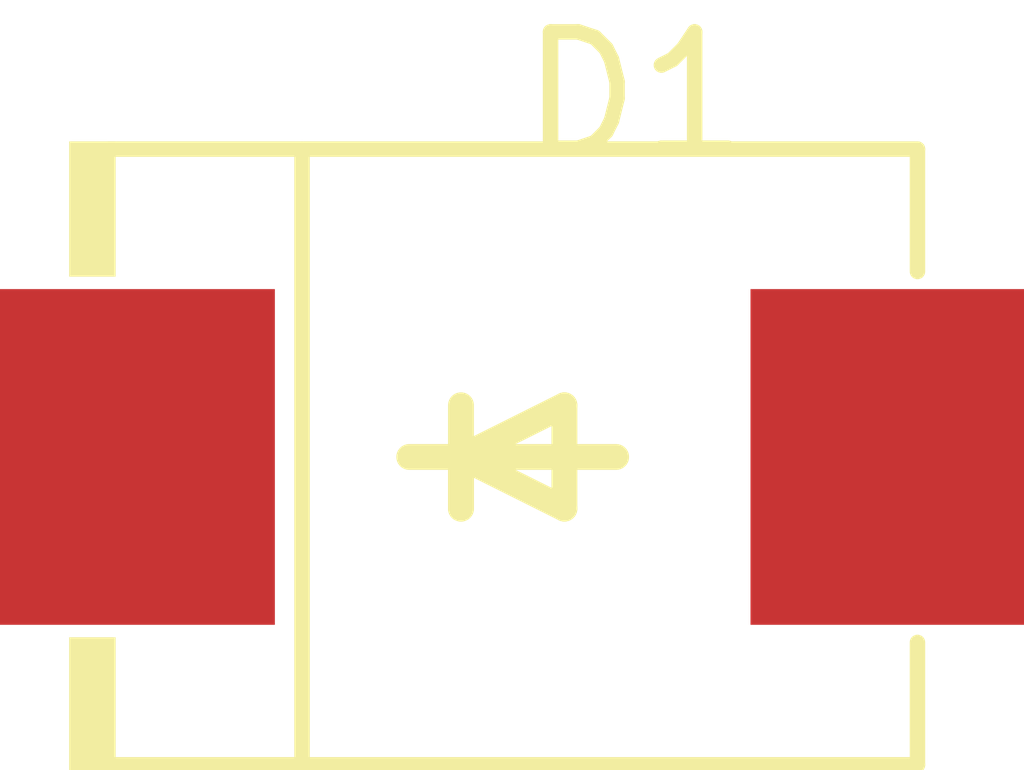
<source format=kicad_pcb>
(kicad_pcb (version 20211014) (generator pcbnew)
  (layers (0 "F.Cu" signal) (31 "B.Cu" signal) (34 "B.Paste" user) (35 "F.Paste" user) (36 "B.SilkS" user "B.Silkscreen") (37 "F.SilkS" user "F.Silkscreen") (38 "B.Mask" user) (39 "F.Mask" user) (44 "Edge.Cuts" user))
  (net 0 "")
  (footprint "easyeda:SMC_L6.9-W5.9-LS7.9-RD" (layer "F.Cu") (at 12.7 12.7)
    (fp_text reference "D1" (at 0 -3.556) (layer "F.SilkS") (effects (font (size 1.143 1.143) (thickness 0.152)) (justify left)))
    (fp_text value "SMC_L6.9-W5.9-LS7.9-RD" hide)
    (fp_line (start -0.508 0) (end -0.508 0.508) (layer "F.SilkS") (width 0.254))
    (fp_line (start 0.508 0.508) (end 0.508 -0.508) (layer "F.SilkS") (width 0.254))
    (fp_line (start -0.508 0.508) (end -0.508 -0.508) (layer "F.SilkS") (width 0.254))
    (fp_line (start -3.976 3.026) (end 3.976 3.026) (layer "F.SilkS") (width 0.152))
    (fp_line (start -0.508 0) (end 0.508 0.508) (layer "F.SilkS") (width 0.254))
    (fp_line (start -2.069 -3.026) (end -2.069 3.026) (layer "F.SilkS") (width 0.152))
    (fp_line (start 1.016 0) (end -1.016 0) (layer "F.SilkS") (width 0.254))
    (fp_line (start 0.508 -0.508) (end -0.508 0) (layer "F.SilkS") (width 0.254))
    (fp_line (start 3.976 3.026) (end 3.976 1.823) (layer "F.SilkS") (width 0.152))
    (fp_line (start 3.976 -3.026) (end 3.976 -1.823) (layer "F.SilkS") (width 0.152))
    (fp_line (start -3.976 -3.026) (end 3.976 -3.026) (layer "F.SilkS") (width 0.152))
    (fp_poly (pts (xy -3.9 3.102) (xy -3.9 1.772) (xy -4.357 1.772) (xy -4.357 3.102)) (layer "F.SilkS") (width 0) (fill solid))
    (fp_poly (pts (xy -3.9 -3.102) (xy -3.9 -1.772) (xy -4.357 -1.772) (xy -4.357 -3.102)) (layer "F.SilkS") (width 0) (fill solid))
    (pad "1" smd rect locked (at -3.686 0) (size 2.7 3.3) (layers "F.Cu" "F.Paste" "F.Mask"))
    (pad "2" smd rect locked (at 3.686 0) (size 2.7 3.3) (layers "F.Cu" "F.Paste" "F.Mask"))
  )
)
</source>
